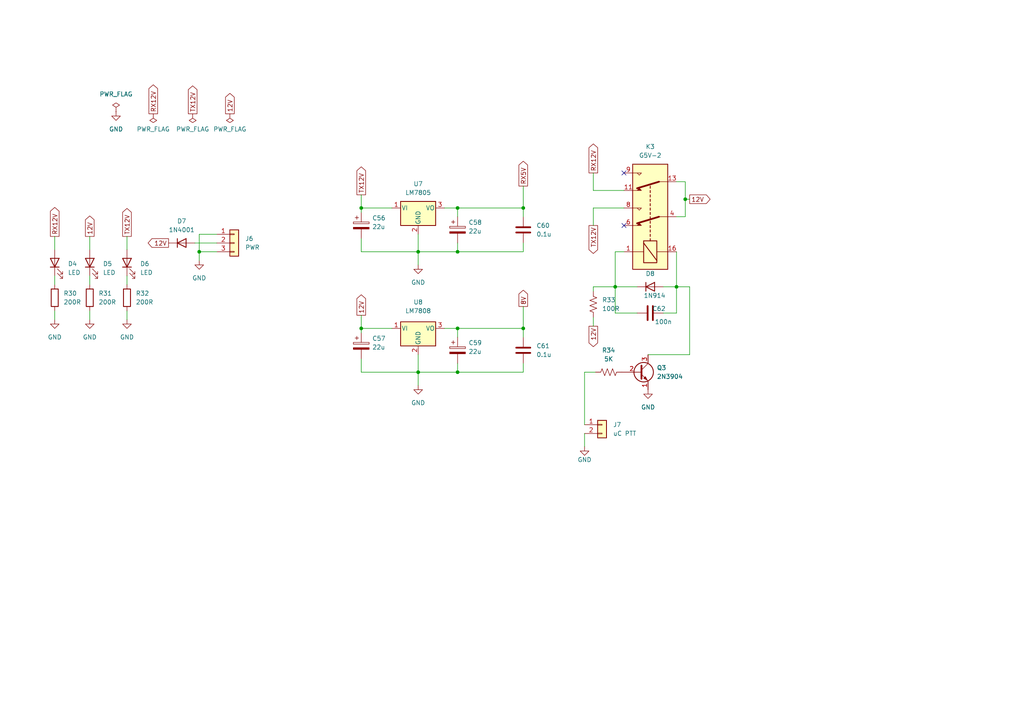
<source format=kicad_sch>
(kicad_sch (version 20211123) (generator eeschema)
  (paper "A4")
  (lib_symbols
    (symbol "Connector_Generic:Conn_01x02" (pin_names (offset 1.016) hide)
      (property "Reference" "J" (at 0 2.54 0))
      (property "Value" "Conn_01x02" (at 0 -5.08 0))
      (symbol "Conn_01x02_1_1"
        (rectangle (start -1.27 -2.413) (end 0 -2.667) (stroke (width 0.1524)))
        (rectangle (start -1.27 0.127) (end 0 -0.127) (stroke (width 0.1524)))
        (rectangle (start -1.27 1.27) (end 1.27 -3.81) (stroke (width 0.254)) (fill (type background)))
        (pin passive line (at -5.08 0 0) (length 3.81) (name "Pin_1") (number "1"))
        (pin passive line (at -5.08 -2.54 0) (length 3.81) (name "Pin_2") (number "2"))
      )
    )
    (symbol "Connector_Generic:Conn_01x03" (pin_names (offset 1.016) hide)
      (property "Reference" "J" (at 0 5.08 0))
      (property "Value" "Conn_01x03" (at 0 -5.08 0))
      (symbol "Conn_01x03_1_1"
        (rectangle (start -1.27 -2.413) (end 0 -2.667) (stroke (width 0.1524)))
        (rectangle (start -1.27 0.127) (end 0 -0.127) (stroke (width 0.1524)))
        (rectangle (start -1.27 2.667) (end 0 2.413) (stroke (width 0.1524)))
        (rectangle (start -1.27 3.81) (end 1.27 -3.81) (stroke (width 0.254)) (fill (type background)))
        (pin passive line (at -5.08 2.54 0) (length 3.81) (name "Pin_1") (number "1"))
        (pin passive line (at -5.08 0 0) (length 3.81) (name "Pin_2") (number "2"))
        (pin passive line (at -5.08 -2.54 0) (length 3.81) (name "Pin_3") (number "3"))
      )
    )
    (symbol "Device:C" (pin_numbers hide) (pin_names (offset 0.254))
      (property "Reference" "C" (at 0.635 2.54 0))
      (property "Value" "C" (at 0.635 -2.54 0))
      (symbol "C_0_1"
        (polyline (pts (xy -2.032 -0.762) (xy 2.032 -0.762)) (stroke (width 0.508)))
        (polyline (pts (xy -2.032 0.762) (xy 2.032 0.762)) (stroke (width 0.508)))
      )
      (symbol "C_1_1"
        (pin passive line (at 0 3.81 270) (length 2.794) (name "~") (number "1"))
        (pin passive line (at 0 -3.81 90) (length 2.794) (name "~") (number "2"))
      )
    )
    (symbol "Device:C_Polarized" (pin_numbers hide) (pin_names (offset 0.254))
      (property "Reference" "C" (at 0.635 2.54 0))
      (property "Value" "C_Polarized" (at 0.635 -2.54 0))
      (symbol "C_Polarized_0_1"
        (rectangle (start -2.286 0.508) (end 2.286 1.016))
        (polyline (pts (xy -1.778 2.286) (xy -0.762 2.286)))
        (polyline (pts (xy -1.27 2.794) (xy -1.27 1.778)))
        (rectangle (start 2.286 -0.508) (end -2.286 -1.016) (fill (type outline)))
      )
      (symbol "C_Polarized_1_1"
        (pin passive line (at 0 3.81 270) (length 2.794) (name "~") (number "1"))
        (pin passive line (at 0 -3.81 90) (length 2.794) (name "~") (number "2"))
      )
    )
    (symbol "Device:LED" (pin_numbers hide) (pin_names (offset 1.016) hide)
      (property "Reference" "D" (at 0 2.54 0))
      (property "Value" "LED" (at 0 -2.54 0))
      (symbol "LED_0_1"
        (polyline (pts (xy -1.27 -1.27) (xy -1.27 1.27)) (stroke (width 0.254)))
        (polyline (pts (xy -1.27 0) (xy 1.27 0)))
        (polyline (pts (xy 1.27 -1.27) (xy 1.27 1.27) (xy -1.27 0) (xy 1.27 -1.27)) (stroke (width 0.254)))
        (polyline (pts (xy -3.048 -0.762) (xy -4.572 -2.286) (xy -3.81 -2.286) (xy -4.572 -2.286) (xy -4.572 -1.524)))
        (polyline (pts (xy -1.778 -0.762) (xy -3.302 -2.286) (xy -2.54 -2.286) (xy -3.302 -2.286) (xy -3.302 -1.524)))
      )
      (symbol "LED_1_1"
        (pin passive line (at -3.81 0 0) (length 2.54) (name "K") (number "1"))
        (pin passive line (at 3.81 0 180) (length 2.54) (name "A") (number "2"))
      )
    )
    (symbol "Device:R" (pin_numbers hide) (pin_names (offset 0))
      (property "Reference" "R" (at 2.032 0 90))
      (property "Value" "R" (at 0 0 90))
      (symbol "R_0_1"
        (rectangle (start -1.016 -2.54) (end 1.016 2.54) (stroke (width 0.254)))
      )
      (symbol "R_1_1"
        (pin passive line (at 0 3.81 270) (length 1.27) (name "~") (number "1"))
        (pin passive line (at 0 -3.81 90) (length 1.27) (name "~") (number "2"))
      )
    )
    (symbol "Device:R_US" (pin_numbers hide) (pin_names (offset 0))
      (property "Reference" "R" (at 2.54 0 90))
      (property "Value" "R_US" (at -2.54 0 90))
      (symbol "R_US_0_1"
        (polyline (pts (xy 0 -2.286) (xy 0 -2.54)))
        (polyline (pts (xy 0 2.286) (xy 0 2.54)))
        (polyline (pts (xy 0 -0.762) (xy 1.016 -1.143) (xy 0 -1.524) (xy -1.016 -1.905) (xy 0 -2.286)))
        (polyline (pts (xy 0 0.762) (xy 1.016 0.381) (xy 0 0) (xy -1.016 -0.381) (xy 0 -0.762)))
        (polyline (pts (xy 0 2.286) (xy 1.016 1.905) (xy 0 1.524) (xy -1.016 1.143) (xy 0 0.762)))
      )
      (symbol "R_US_1_1"
        (pin passive line (at 0 3.81 270) (length 1.27) (name "~") (number "1"))
        (pin passive line (at 0 -3.81 90) (length 1.27) (name "~") (number "2"))
      )
    )
    (symbol "Diode:1N4001" (pin_numbers hide) (pin_names (offset 1.016) hide)
      (property "Reference" "D" (at 0 2.54 0))
      (property "Value" "1N4001" (at 0 -2.54 0))
      (symbol "1N4001_0_1"
        (polyline (pts (xy -1.27 1.27) (xy -1.27 -1.27)) (stroke (width 0.254)))
        (polyline (pts (xy 1.27 0) (xy -1.27 0)))
        (polyline (pts (xy 1.27 1.27) (xy 1.27 -1.27) (xy -1.27 0) (xy 1.27 1.27)) (stroke (width 0.254)))
      )
      (symbol "1N4001_1_1"
        (pin passive line (at -3.81 0 0) (length 2.54) (name "K") (number "1"))
        (pin passive line (at 3.81 0 180) (length 2.54) (name "A") (number "2"))
      )
    )
    (symbol "Diode:1N914" (pin_numbers hide) (pin_names (offset 1.016) hide)
      (property "Reference" "D" (at 0 2.54 0))
      (property "Value" "1N914" (at 0 -2.54 0))
      (symbol "1N914_0_1"
        (polyline (pts (xy -1.27 1.27) (xy -1.27 -1.27)) (stroke (width 0.254)))
        (polyline (pts (xy 1.27 0) (xy -1.27 0)))
        (polyline (pts (xy 1.27 1.27) (xy 1.27 -1.27) (xy -1.27 0) (xy 1.27 1.27)) (stroke (width 0.254)))
      )
      (symbol "1N914_1_1"
        (pin passive line (at -3.81 0 0) (length 2.54) (name "K") (number "1"))
        (pin passive line (at 3.81 0 180) (length 2.54) (name "A") (number "2"))
      )
    )
    (symbol "Regulator_Linear:LM7805_TO220" (pin_names (offset 0.254))
      (property "Reference" "U" (at -3.81 3.175 0))
      (property "Value" "LM7805_TO220" (at 0 3.175 0))
      (symbol "LM7805_TO220_0_1"
        (rectangle (start -5.08 1.905) (end 5.08 -5.08) (stroke (width 0.254)) (fill (type background)))
      )
      (symbol "LM7805_TO220_1_1"
        (pin power_in line (at -7.62 0 0) (length 2.54) (name "VI") (number "1"))
        (pin power_in line (at 0 -7.62 90) (length 2.54) (name "GND") (number "2"))
        (pin power_out line (at 7.62 0 180) (length 2.54) (name "VO") (number "3"))
      )
    )
    (symbol "Regulator_Linear:LM7808_TO220" (pin_names (offset 0.254))
      (property "Reference" "U" (at -3.81 3.175 0))
      (property "Value" "LM7808_TO220" (at 0 3.175 0))
      (symbol "LM7808_TO220_0_1"
        (rectangle (start -5.08 1.905) (end 5.08 -5.08) (stroke (width 0.254)) (fill (type background)))
      )
      (symbol "LM7808_TO220_1_1"
        (pin power_in line (at -7.62 0 0) (length 2.54) (name "VI") (number "1"))
        (pin power_in line (at 0 -7.62 90) (length 2.54) (name "GND") (number "2"))
        (pin power_out line (at 7.62 0 180) (length 2.54) (name "VO") (number "3"))
      )
    )
    (symbol "Relay:G5V-2"
      (property "Reference" "K" (at 16.51 3.81 0))
      (property "Value" "G5V-2" (at 16.51 1.27 0))
      (symbol "G5V-2_0_1"
        (rectangle (start -15.24 5.08) (end 15.24 -5.08) (stroke (width 0.254)) (fill (type background)))
        (rectangle (start -13.335 1.905) (end -6.985 -1.905) (stroke (width 0.254)))
        (polyline (pts (xy -12.7 -1.905) (xy -7.62 1.905)) (stroke (width 0.254)))
        (polyline (pts (xy -10.16 -5.08) (xy -10.16 -1.905)))
        (polyline (pts (xy -10.16 5.08) (xy -10.16 1.905)))
        (polyline (pts (xy -6.985 0) (xy -6.35 0)) (stroke (width 0.254)))
        (polyline (pts (xy -5.715 0) (xy -5.08 0)) (stroke (width 0.254)))
        (polyline (pts (xy -4.445 0) (xy -3.81 0)) (stroke (width 0.254)))
        (polyline (pts (xy -3.175 0) (xy -2.54 0)) (stroke (width 0.254)))
        (polyline (pts (xy -1.905 0) (xy -1.27 0)) (stroke (width 0.254)))
        (polyline (pts (xy -0.635 0) (xy 0 0)) (stroke (width 0.254)))
        (polyline (pts (xy 0 -2.54) (xy -1.905 3.81)) (stroke (width 0.508)))
        (polyline (pts (xy 0 -2.54) (xy 0 -5.08)))
        (polyline (pts (xy 0.635 0) (xy 1.27 0)) (stroke (width 0.254)))
        (polyline (pts (xy 1.905 0) (xy 2.54 0)) (stroke (width 0.254)))
        (polyline (pts (xy 3.175 0) (xy 3.81 0)) (stroke (width 0.254)))
        (polyline (pts (xy 4.445 0) (xy 5.08 0)) (stroke (width 0.254)))
        (polyline (pts (xy 5.715 0) (xy 6.35 0)) (stroke (width 0.254)))
        (polyline (pts (xy 6.985 0) (xy 7.62 0)) (stroke (width 0.254)))
        (polyline (pts (xy 8.255 0) (xy 8.89 0)) (stroke (width 0.254)))
        (polyline (pts (xy 10.16 -2.54) (xy 8.255 3.81)) (stroke (width 0.508)))
        (polyline (pts (xy 10.16 -2.54) (xy 10.16 -5.08)))
        (polyline (pts (xy -2.54 5.08) (xy -2.54 2.54) (xy -1.905 3.175) (xy -2.54 3.81)) (fill (type outline)))
        (polyline (pts (xy 2.54 5.08) (xy 2.54 2.54) (xy 1.905 3.175) (xy 2.54 3.81)))
        (polyline (pts (xy 7.62 5.08) (xy 7.62 2.54) (xy 8.255 3.175) (xy 7.62 3.81)) (fill (type outline)))
        (polyline (pts (xy 12.7 5.08) (xy 12.7 2.54) (xy 12.065 3.175) (xy 12.7 3.81)))
      )
      (symbol "G5V-2_1_1"
        (pin passive line (at -10.16 7.62 270) (length 2.54) (name "~") (number "1"))
        (pin passive line (at 7.62 7.62 270) (length 2.54) (name "~") (number "11"))
        (pin passive line (at 10.16 -7.62 90) (length 2.54) (name "~") (number "13"))
        (pin passive line (at -10.16 -7.62 90) (length 2.54) (name "~") (number "16"))
        (pin passive line (at 0 -7.62 90) (length 2.54) (name "~") (number "4"))
        (pin passive line (at -2.54 7.62 270) (length 2.54) (name "~") (number "6"))
        (pin passive line (at 2.54 7.62 270) (length 2.54) (name "~") (number "8"))
        (pin passive line (at 12.7 7.62 270) (length 2.54) (name "~") (number "9"))
      )
    )
    (symbol "Transistor_BJT:2N3904" (pin_names (offset 0) hide)
      (property "Reference" "Q" (at 5.08 1.905 0))
      (property "Value" "2N3904" (at 5.08 0 0))
      (symbol "2N3904_0_1"
        (polyline (pts (xy 0.635 0.635) (xy 2.54 2.54)))
        (polyline (pts (xy 0.635 -0.635) (xy 2.54 -2.54) (xy 2.54 -2.54)))
        (polyline (pts (xy 0.635 1.905) (xy 0.635 -1.905) (xy 0.635 -1.905)) (stroke (width 0.508)))
        (polyline (pts (xy 1.27 -1.778) (xy 1.778 -1.27) (xy 2.286 -2.286) (xy 1.27 -1.778) (xy 1.27 -1.778)) (fill (type outline)))
        (circle (center 1.27 0) (radius 2.8194) (stroke (width 0.254)))
      )
      (symbol "2N3904_1_1"
        (pin passive line (at 2.54 -5.08 90) (length 2.54) (name "E") (number "1"))
        (pin passive line (at -5.08 0 0) (length 5.715) (name "B") (number "2"))
        (pin passive line (at 2.54 5.08 270) (length 2.54) (name "C") (number "3"))
      )
    )
    (symbol "power:GND" (power) (pin_names (offset 0))
      (property "Value" "GND" (at 0 -3.81 0))
      (symbol "GND_0_1"
        (polyline (pts (xy 0 0) (xy 0 -1.27) (xy 1.27 -1.27) (xy 0 -2.54) (xy -1.27 -1.27) (xy 0 -1.27)))
      )
      (symbol "GND_1_1"
        (pin power_in line (at 0 0 270) (length 0) hide (name "GND") (number "1"))
      )
    )
    (symbol "power:PWR_FLAG" (power) (pin_numbers hide) (pin_names (offset 0) hide)
      (property "Value" "PWR_FLAG" (at 0 3.81 0))
      (symbol "PWR_FLAG_0_0"
        (pin power_out line (at 0 0 90) (length 0) (name "pwr") (number "1"))
      )
      (symbol "PWR_FLAG_0_1"
        (polyline (pts (xy 0 0) (xy 0 1.27) (xy -1.016 1.905) (xy 0 2.54) (xy 1.016 1.905) (xy 0 1.27)))
      )
    )
  )
  (junction (at 178.435 83.185))
  (junction (at 132.715 95.25))
  (junction (at 196.215 83.185))
  (junction (at 132.715 60.325))
  (junction (at 151.765 95.25))
  (junction (at 121.285 73.025))
  (junction (at 132.715 107.95))
  (junction (at 121.285 107.95))
  (junction (at 198.755 57.785))
  (junction (at 104.775 95.25))
  (junction (at 57.785 73.025))
  (junction (at 104.775 60.325))
  (junction (at 151.765 60.325))
  (junction (at 132.715 73.025))
  (no_connect (at 180.975 50.165))
  (no_connect (at 180.975 65.405))
  (wire (pts (xy 172.72 107.95) (xy 169.545 107.95)))
  (wire (pts (xy 121.285 73.025) (xy 121.285 67.945)))
  (wire (pts (xy 62.865 67.945) (xy 57.785 67.945)))
  (wire (pts (xy 172.085 83.185) (xy 172.085 84.455)))
  (wire (pts (xy 121.285 73.025) (xy 104.775 73.025)))
  (wire (pts (xy 36.83 90.17) (xy 36.83 92.71)))
  (wire (pts (xy 113.665 95.25) (xy 104.775 95.25)))
  (wire (pts (xy 178.435 90.805) (xy 184.785 90.805)))
  (wire (pts (xy 198.755 57.785) (xy 198.755 62.865)))
  (wire (pts (xy 172.085 92.075) (xy 172.085 94.615)))
  (wire (pts (xy 56.515 70.485) (xy 62.865 70.485)))
  (wire (pts (xy 104.775 60.325) (xy 104.775 61.595)))
  (wire (pts (xy 104.775 95.25) (xy 104.775 96.52)))
  (wire (pts (xy 151.765 73.025) (xy 132.715 73.025)))
  (wire (pts (xy 180.975 73.025) (xy 178.435 73.025)))
  (wire (pts (xy 15.875 80.01) (xy 15.875 82.55)))
  (wire (pts (xy 15.875 68.58) (xy 15.875 72.39)))
  (wire (pts (xy 151.765 88.9) (xy 151.765 95.25)))
  (wire (pts (xy 200.025 83.185) (xy 200.025 102.87)))
  (wire (pts (xy 169.545 125.73) (xy 169.545 129.54)))
  (wire (pts (xy 178.435 83.185) (xy 172.085 83.185)))
  (wire (pts (xy 151.765 107.95) (xy 132.715 107.95)))
  (wire (pts (xy 151.765 53.975) (xy 151.765 60.325)))
  (wire (pts (xy 26.035 80.01) (xy 26.035 82.55)))
  (wire (pts (xy 132.715 107.95) (xy 121.285 107.95)))
  (wire (pts (xy 104.775 104.14) (xy 104.775 107.95)))
  (wire (pts (xy 151.765 105.41) (xy 151.765 107.95)))
  (wire (pts (xy 192.405 83.185) (xy 196.215 83.185)))
  (wire (pts (xy 132.715 60.325) (xy 132.715 62.865)))
  (wire (pts (xy 192.405 90.805) (xy 196.215 90.805)))
  (wire (pts (xy 196.215 62.865) (xy 198.755 62.865)))
  (wire (pts (xy 172.085 60.325) (xy 172.085 65.405)))
  (wire (pts (xy 26.035 68.58) (xy 26.035 72.39)))
  (wire (pts (xy 132.715 73.025) (xy 121.285 73.025)))
  (wire (pts (xy 113.665 60.325) (xy 104.775 60.325)))
  (wire (pts (xy 151.765 95.25) (xy 151.765 97.79)))
  (wire (pts (xy 128.905 95.25) (xy 132.715 95.25)))
  (wire (pts (xy 15.875 90.17) (xy 15.875 92.71)))
  (wire (pts (xy 121.285 107.95) (xy 104.775 107.95)))
  (wire (pts (xy 104.775 69.215) (xy 104.775 73.025)))
  (wire (pts (xy 172.085 50.165) (xy 172.085 55.245)))
  (wire (pts (xy 104.775 91.44) (xy 104.775 95.25)))
  (wire (pts (xy 151.765 70.485) (xy 151.765 73.025)))
  (wire (pts (xy 196.215 83.185) (xy 196.215 90.805)))
  (wire (pts (xy 178.435 73.025) (xy 178.435 83.185)))
  (wire (pts (xy 198.755 52.705) (xy 198.755 57.785)))
  (wire (pts (xy 104.775 56.515) (xy 104.775 60.325)))
  (wire (pts (xy 196.215 83.185) (xy 200.025 83.185)))
  (wire (pts (xy 36.83 80.01) (xy 36.83 82.55)))
  (wire (pts (xy 178.435 83.185) (xy 184.785 83.185)))
  (wire (pts (xy 132.715 70.485) (xy 132.715 73.025)))
  (wire (pts (xy 26.035 90.17) (xy 26.035 92.71)))
  (wire (pts (xy 121.285 107.95) (xy 121.285 102.87)))
  (wire (pts (xy 200.025 57.785) (xy 198.755 57.785)))
  (wire (pts (xy 36.83 68.58) (xy 36.83 72.39)))
  (wire (pts (xy 196.215 52.705) (xy 198.755 52.705)))
  (wire (pts (xy 132.715 95.25) (xy 151.765 95.25)))
  (wire (pts (xy 132.715 95.25) (xy 132.715 97.79)))
  (wire (pts (xy 57.785 67.945) (xy 57.785 73.025)))
  (wire (pts (xy 172.085 55.245) (xy 180.975 55.245)))
  (wire (pts (xy 121.285 107.95) (xy 121.285 111.76)))
  (wire (pts (xy 169.545 107.95) (xy 169.545 123.19)))
  (wire (pts (xy 132.715 105.41) (xy 132.715 107.95)))
  (wire (pts (xy 196.215 73.025) (xy 196.215 83.185)))
  (wire (pts (xy 178.435 83.185) (xy 178.435 90.805)))
  (wire (pts (xy 200.025 102.87) (xy 187.96 102.87)))
  (wire (pts (xy 151.765 60.325) (xy 151.765 62.865)))
  (wire (pts (xy 132.715 60.325) (xy 151.765 60.325)))
  (wire (pts (xy 57.785 73.025) (xy 62.865 73.025)))
  (wire (pts (xy 128.905 60.325) (xy 132.715 60.325)))
  (wire (pts (xy 180.975 60.325) (xy 172.085 60.325)))
  (wire (pts (xy 121.285 73.025) (xy 121.285 76.835)))
  (wire (pts (xy 57.785 73.025) (xy 57.785 75.565)))
  (global_label "RX12V" (shape output) (at 172.085 50.165 90) (property "Intersheet References" "${INTERSHEET_REFS}" (effects hide)))
  (global_label "TX12V" (shape output) (at 172.085 65.405 270) (property "Intersheet References" "${INTERSHEET_REFS}" (effects hide)))
  (global_label "8V" (shape output) (at 151.765 88.9 90) (property "Intersheet References" "${INTERSHEET_REFS}" (effects hide)))
  (global_label "TX12V" (shape output) (at 36.83 68.58 90) (property "Intersheet References" "${INTERSHEET_REFS}" (effects hide)))
  (global_label "12V" (shape output) (at 200.025 57.785 0) (property "Intersheet References" "${INTERSHEET_REFS}" (effects hide)))
  (global_label "12V" (shape output) (at 48.895 70.485 180) (property "Intersheet References" "${INTERSHEET_REFS}" (effects hide)))
  (global_label "12V" (shape output) (at 26.035 68.58 90) (property "Intersheet References" "${INTERSHEET_REFS}" (effects hide)))
  (global_label "TX12V" (shape output) (at 55.88 33.02 90) (property "Intersheet References" "${INTERSHEET_REFS}" (effects hide)))
  (global_label "RX12V" (shape output) (at 15.875 68.58 90) (property "Intersheet References" "${INTERSHEET_REFS}" (effects hide)))
  (global_label "12V" (shape output) (at 66.675 33.02 90) (property "Intersheet References" "${INTERSHEET_REFS}" (effects hide)))
  (global_label "TX12V" (shape output) (at 104.775 56.515 90) (property "Intersheet References" "${INTERSHEET_REFS}" (effects hide)))
  (global_label "12V" (shape output) (at 172.085 94.615 270) (property "Intersheet References" "${INTERSHEET_REFS}" (effects hide)))
  (global_label "RX12V" (shape output) (at 44.45 33.02 90) (property "Intersheet References" "${INTERSHEET_REFS}" (effects hide)))
  (global_label "12V" (shape output) (at 104.775 91.44 90) (property "Intersheet References" "${INTERSHEET_REFS}" (effects hide)))
  (global_label "RX5V" (shape output) (at 151.765 53.975 90) (property "Intersheet References" "${INTERSHEET_REFS}" (effects hide)))
  (symbol (lib_id "Relay:G5V-2") (at 188.595 62.865 90) (unit 1)
    (property "Reference" "K3" (at 188.595 42.545 90))
    (property "Value" "G5V-2" (at 188.595 45.085 90))
    (property "Footprint" "Relay_THT:Relay_DPDT_Omron_G5V-2" (effects hide))
    (property "Datasheet" "http://omronfs.omron.com/en_US/ecb/products/pdf/en-g5v_2.pdf" (effects hide))
  )
  (symbol (lib_id "Device:LED") (at 26.035 76.2 90) (unit 1)
    (property "Reference" "D5" (at 29.845 76.5174 90) (effects (justify right)))
    (property "Value" "LED" (at 29.845 79.0574 90) (effects (justify right)))
    (property "Footprint" "LED_THT:LED_D3.0mm" (effects hide))
  )
  (symbol (lib_id "power:GND") (at 15.875 92.71 0) (unit 1)
    (property "Reference" "#PWR044" (effects hide))
    (property "Value" "GND" (at 15.875 97.79 0))
  )
  (symbol (lib_id "power:PWR_FLAG") (at 33.655 32.385 0) (unit 1)
    (property "Reference" "#FLG08" (effects hide))
    (property "Value" "PWR_FLAG" (at 33.655 27.305 0))
  )
  (symbol (lib_id "Device:R_US") (at 172.085 88.265 0) (unit 1)
    (property "Reference" "R33" (at 174.625 86.9949 0) (effects (justify left)))
    (property "Value" "100R" (at 174.625 89.5349 0) (effects (justify left)))
    (property "Footprint" "Resistor_THT:R_Axial_DIN0207_L6.3mm_D2.5mm_P10.16mm_Horizontal" (effects hide))
  )
  (symbol (lib_id "power:GND") (at 57.785 75.565 0) (unit 1)
    (property "Reference" "#PWR048" (effects hide))
    (property "Value" "GND" (at 57.785 80.645 0))
  )
  (symbol (lib_id "Device:C_Polarized") (at 104.775 100.33 0) (unit 1)
    (property "Reference" "C57" (at 107.95 98.1709 0) (effects (justify left)))
    (property "Value" "22u" (at 107.95 100.7109 0) (effects (justify left)))
    (property "Footprint" "Capacitor_THT:CP_Radial_D8.0mm_P2.50mm" (effects hide))
  )
  (symbol (lib_id "Device:C") (at 188.595 90.805 90) (unit 1)
    (property "Reference" "C62" (at 191.135 89.535 90))
    (property "Value" "100n" (at 192.405 93.345 90))
    (property "Footprint" "Capacitor_THT:C_Disc_D3.4mm_W2.1mm_P2.50mm" (effects hide))
  )
  (symbol (lib_id "Device:C_Polarized") (at 104.775 65.405 0) (unit 1)
    (property "Reference" "C56" (at 107.95 63.2459 0) (effects (justify left)))
    (property "Value" "22u" (at 107.95 65.7859 0) (effects (justify left)))
    (property "Footprint" "Capacitor_THT:CP_Radial_D8.0mm_P2.50mm" (effects hide))
  )
  (symbol (lib_id "Device:R") (at 36.83 86.36 0) (unit 1)
    (property "Reference" "R32" (at 39.37 85.0899 0) (effects (justify left)))
    (property "Value" "200R" (at 39.37 87.6299 0) (effects (justify left)))
    (property "Footprint" "Resistor_THT:R_Axial_DIN0207_L6.3mm_D2.5mm_P10.16mm_Horizontal" (effects hide))
  )
  (symbol (lib_id "power:GND") (at 33.655 32.385 0) (unit 1)
    (property "Reference" "#PWR045" (effects hide))
    (property "Value" "GND" (at 33.655 37.465 0))
  )
  (symbol (lib_id "power:GND") (at 121.285 111.76 0) (unit 1)
    (property "Reference" "#PWR051" (effects hide))
    (property "Value" "GND" (at 121.285 116.84 0))
  )
  (symbol (lib_id "power:GND") (at 169.545 129.54 0) (unit 1)
    (property "Reference" "#PWR052" (effects hide))
    (property "Value" "GND" (at 169.545 133.35 0))
  )
  (symbol (lib_id "power:PWR_FLAG") (at 55.88 33.02 180) (unit 1)
    (property "Reference" "#FLG011" (effects hide))
    (property "Value" "PWR_FLAG" (at 55.88 37.465 0))
  )
  (symbol (lib_id "Connector_Generic:Conn_01x02") (at 174.625 123.19 0) (unit 1)
    (property "Reference" "J7" (at 177.8 123.1899 0) (effects (justify left)))
    (property "Value" "uC PTT" (at 177.8 125.7299 0) (effects (justify left)))
    (property "Footprint" "Connector_PinHeader_2.54mm:PinHeader_1x02_P2.54mm_Vertical" (effects hide))
  )
  (symbol (lib_id "Device:C_Polarized") (at 132.715 66.675 0) (unit 1)
    (property "Reference" "C58" (at 135.89 64.5159 0) (effects (justify left)))
    (property "Value" "22u" (at 135.89 67.0559 0) (effects (justify left)))
    (property "Footprint" "Capacitor_THT:CP_Radial_D8.0mm_P2.50mm" (effects hide))
  )
  (symbol (lib_id "Device:R") (at 15.875 86.36 0) (unit 1)
    (property "Reference" "R30" (at 18.415 85.0899 0) (effects (justify left)))
    (property "Value" "200R" (at 18.415 87.6299 0) (effects (justify left)))
    (property "Footprint" "Resistor_THT:R_Axial_DIN0207_L6.3mm_D2.5mm_P10.16mm_Horizontal" (effects hide))
  )
  (symbol (lib_id "power:GND") (at 36.83 92.71 0) (unit 1)
    (property "Reference" "#PWR047" (effects hide))
    (property "Value" "GND" (at 36.83 97.79 0))
  )
  (symbol (lib_id "Device:LED") (at 36.83 76.2 90) (unit 1)
    (property "Reference" "D6" (at 40.64 76.5174 90) (effects (justify right)))
    (property "Value" "LED" (at 40.64 79.0574 90) (effects (justify right)))
    (property "Footprint" "LED_THT:LED_D3.0mm" (effects hide))
  )
  (symbol (lib_id "Device:R_US") (at 176.53 107.95 270) (unit 1)
    (property "Reference" "R34" (at 176.53 101.6 90))
    (property "Value" "5K" (at 176.53 104.14 90))
    (property "Footprint" "Resistor_THT:R_Axial_DIN0207_L6.3mm_D2.5mm_P10.16mm_Horizontal" (effects hide))
  )
  (symbol (lib_id "Device:C") (at 151.765 101.6 0) (unit 1)
    (property "Reference" "C61" (at 155.575 100.3299 0) (effects (justify left)))
    (property "Value" "0.1u" (at 155.575 102.8699 0) (effects (justify left)))
    (property "Footprint" "Capacitor_THT:C_Disc_D3.0mm_W1.6mm_P2.50mm" (effects hide))
  )
  (symbol (lib_id "Device:R") (at 26.035 86.36 0) (unit 1)
    (property "Reference" "R31" (at 28.575 85.0899 0) (effects (justify left)))
    (property "Value" "200R" (at 28.575 87.6299 0) (effects (justify left)))
    (property "Footprint" "Resistor_THT:R_Axial_DIN0207_L6.3mm_D2.5mm_P10.16mm_Horizontal" (effects hide))
  )
  (symbol (lib_id "power:PWR_FLAG") (at 66.675 33.02 180) (unit 1)
    (property "Reference" "#FLG012" (effects hide))
    (property "Value" "PWR_FLAG" (at 66.675 37.465 0))
  )
  (symbol (lib_id "Regulator_Linear:LM7805_TO220") (at 121.285 60.325 0) (unit 1)
    (property "Reference" "U7" (at 121.285 53.34 0))
    (property "Value" "LM7805" (at 121.285 55.88 0))
    (property "Footprint" "Package_TO_SOT_THT:TO-220-3_Vertical" (effects hide))
    (property "Datasheet" "https://www.onsemi.cn/PowerSolutions/document/MC7800-D.PDF" (effects hide))
  )
  (symbol (lib_id "Connector_Generic:Conn_01x03") (at 67.945 70.485 0) (unit 1)
    (property "Reference" "J6" (at 71.12 69.2149 0) (effects (justify left)))
    (property "Value" "PWR" (at 71.12 71.7549 0) (effects (justify left)))
    (property "Footprint" "Connector_PinHeader_2.54mm:PinHeader_1x03_P2.54mm_Vertical" (effects hide))
  )
  (symbol (lib_id "power:PWR_FLAG") (at 44.45 33.02 180) (unit 1)
    (property "Reference" "#FLG09" (effects hide))
    (property "Value" "PWR_FLAG" (at 44.45 37.465 0))
  )
  (symbol (lib_id "power:GND") (at 187.96 113.03 0) (unit 1)
    (property "Reference" "#PWR053" (effects hide))
    (property "Value" "GND" (at 187.96 118.11 0))
  )
  (symbol (lib_id "Device:C_Polarized") (at 132.715 101.6 0) (unit 1)
    (property "Reference" "C59" (at 135.89 99.4409 0) (effects (justify left)))
    (property "Value" "22u" (at 135.89 101.9809 0) (effects (justify left)))
    (property "Footprint" "Capacitor_THT:CP_Radial_D8.0mm_P2.50mm" (effects hide))
  )
  (symbol (lib_id "Diode:1N914") (at 188.595 83.185 0) (unit 1)
    (property "Reference" "D8" (at 188.595 79.375 0))
    (property "Value" "1N914" (at 189.865 85.725 0))
    (property "Footprint" "Diode_THT:D_DO-35_SOD27_P7.62mm_Horizontal" (effects hide))
    (property "Datasheet" "http://www.vishay.com/docs/85622/1n914.pdf" (effects hide))
  )
  (symbol (lib_id "power:GND") (at 121.285 76.835 0) (unit 1)
    (property "Reference" "#PWR050" (effects hide))
    (property "Value" "GND" (at 121.285 81.915 0))
  )
  (symbol (lib_id "power:GND") (at 26.035 92.71 0) (unit 1)
    (property "Reference" "#PWR046" (effects hide))
    (property "Value" "GND" (at 26.035 97.79 0))
  )
  (symbol (lib_id "Device:C") (at 151.765 66.675 0) (unit 1)
    (property "Reference" "C60" (at 155.575 65.4049 0) (effects (justify left)))
    (property "Value" "0.1u" (at 155.575 67.9449 0) (effects (justify left)))
    (property "Footprint" "Capacitor_THT:C_Disc_D3.0mm_W1.6mm_P2.50mm" (effects hide))
  )
  (symbol (lib_id "Regulator_Linear:LM7808_TO220") (at 121.285 95.25 0) (unit 1)
    (property "Reference" "U8" (at 121.285 87.63 0))
    (property "Value" "LM7808" (at 121.285 90.17 0))
    (property "Footprint" "Package_TO_SOT_THT:TO-220-3_Vertical" (effects hide))
    (property "Datasheet" "https://www.onsemi.cn/PowerSolutions/document/MC7800-D.PDF" (effects hide))
  )
  (symbol (lib_id "Diode:1N4001") (at 52.705 70.485 0) (unit 1)
    (property "Reference" "D7" (at 52.705 64.135 0))
    (property "Value" "1N4001" (at 52.705 66.675 0))
    (property "Footprint" "Diode_THT:D_DO-41_SOD81_P10.16mm_Horizontal" (effects hide))
    (property "Datasheet" "http://www.vishay.com/docs/88503/1n4001.pdf" (effects hide))
  )
  (symbol (lib_id "Transistor_BJT:2N3904") (at 185.42 107.95 0) (unit 1)
    (property "Reference" "Q3" (at 190.5 106.6799 0) (effects (justify left)))
    (property "Value" "2N3904" (at 190.5 109.2199 0) (effects (justify left)))
    (property "Footprint" "Package_TO_SOT_THT:TO-92_Inline" (effects hide))
    (property "Datasheet" "https://www.onsemi.com/pub/Collateral/2N3903-D.PDF" (effects hide))
  )
  (symbol (lib_id "Device:LED") (at 15.875 76.2 90) (unit 1)
    (property "Reference" "D4" (at 19.685 76.5174 90) (effects (justify right)))
    (property "Value" "LED" (at 19.685 79.0574 90) (effects (justify right)))
    (property "Footprint" "LED_THT:LED_D3.0mm" (effects hide))
  )
)
</source>
